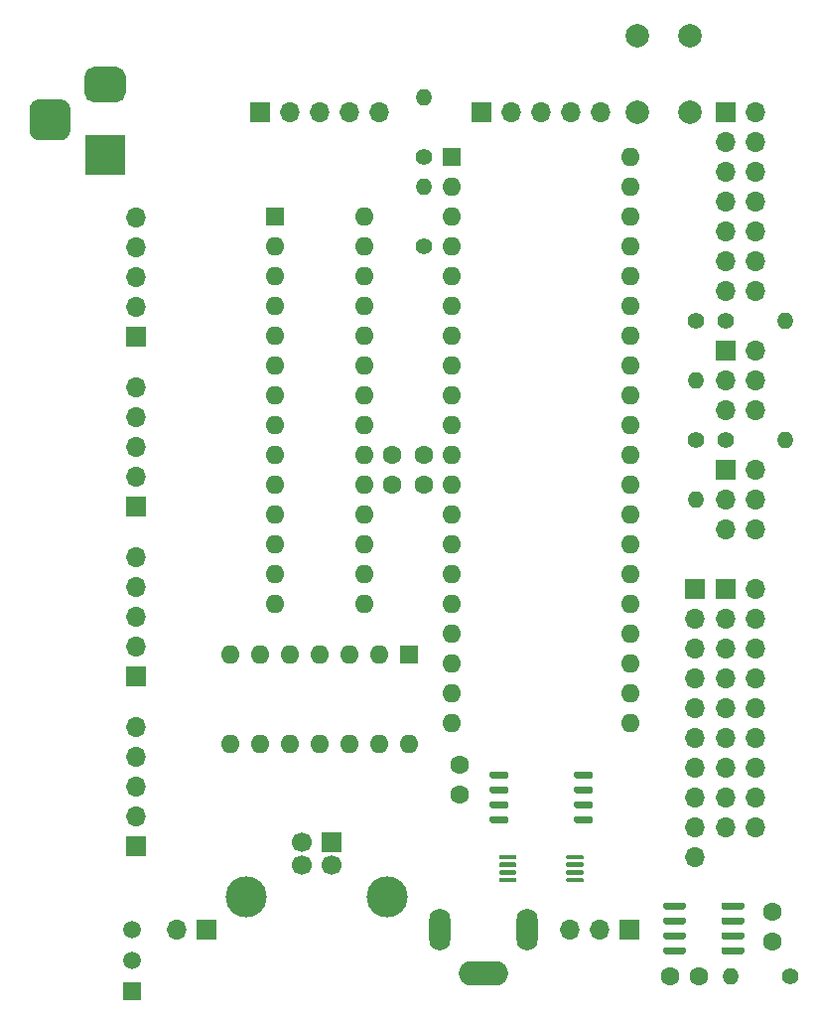
<source format=gts>
%TF.GenerationSoftware,KiCad,Pcbnew,5.1.10-88a1d61d58~88~ubuntu20.04.1*%
%TF.CreationDate,2021-07-15T21:57:41-05:00*%
%TF.ProjectId,pictas,70696374-6173-42e6-9b69-6361645f7063,rev?*%
%TF.SameCoordinates,Original*%
%TF.FileFunction,Soldermask,Top*%
%TF.FilePolarity,Negative*%
%FSLAX46Y46*%
G04 Gerber Fmt 4.6, Leading zero omitted, Abs format (unit mm)*
G04 Created by KiCad (PCBNEW 5.1.10-88a1d61d58~88~ubuntu20.04.1) date 2021-07-15 21:57:41*
%MOMM*%
%LPD*%
G01*
G04 APERTURE LIST*
%ADD10O,1.700000X1.700000*%
%ADD11R,1.700000X1.700000*%
%ADD12C,2.000000*%
%ADD13R,1.500000X1.500000*%
%ADD14C,1.500000*%
%ADD15O,1.400000X1.400000*%
%ADD16C,1.400000*%
%ADD17O,1.800000X3.600000*%
%ADD18O,4.200000X2.100000*%
%ADD19C,1.600000*%
%ADD20R,1.600000X1.600000*%
%ADD21O,1.600000X1.600000*%
%ADD22R,3.500000X3.500000*%
%ADD23C,3.500000*%
%ADD24C,1.700000*%
G04 APERTURE END LIST*
D10*
%TO.C,J6*%
X117475000Y-60960000D03*
X114935000Y-60960000D03*
X112395000Y-60960000D03*
X109855000Y-60960000D03*
D11*
X107315000Y-60960000D03*
%TD*%
D10*
%TO.C,J5*%
X98552000Y-60960000D03*
X96012000Y-60960000D03*
X93472000Y-60960000D03*
X90932000Y-60960000D03*
D11*
X88392000Y-60960000D03*
%TD*%
D12*
%TO.C,SW1*%
X125095000Y-60983000D03*
X120595000Y-60983000D03*
X125095000Y-54483000D03*
X120595000Y-54483000D03*
%TD*%
D13*
%TO.C,Q1*%
X77470000Y-135890000D03*
D14*
X77470000Y-130690000D03*
X77470000Y-133290000D03*
%TD*%
D11*
%TO.C,J15*%
X83820000Y-130683000D03*
D10*
X81280000Y-130683000D03*
%TD*%
%TO.C,U6*%
G36*
G01*
X127738000Y-128801000D02*
X127738000Y-128501000D01*
G75*
G02*
X127888000Y-128351000I150000J0D01*
G01*
X129538000Y-128351000D01*
G75*
G02*
X129688000Y-128501000I0J-150000D01*
G01*
X129688000Y-128801000D01*
G75*
G02*
X129538000Y-128951000I-150000J0D01*
G01*
X127888000Y-128951000D01*
G75*
G02*
X127738000Y-128801000I0J150000D01*
G01*
G37*
G36*
G01*
X127738000Y-130071000D02*
X127738000Y-129771000D01*
G75*
G02*
X127888000Y-129621000I150000J0D01*
G01*
X129538000Y-129621000D01*
G75*
G02*
X129688000Y-129771000I0J-150000D01*
G01*
X129688000Y-130071000D01*
G75*
G02*
X129538000Y-130221000I-150000J0D01*
G01*
X127888000Y-130221000D01*
G75*
G02*
X127738000Y-130071000I0J150000D01*
G01*
G37*
G36*
G01*
X127738000Y-131341000D02*
X127738000Y-131041000D01*
G75*
G02*
X127888000Y-130891000I150000J0D01*
G01*
X129538000Y-130891000D01*
G75*
G02*
X129688000Y-131041000I0J-150000D01*
G01*
X129688000Y-131341000D01*
G75*
G02*
X129538000Y-131491000I-150000J0D01*
G01*
X127888000Y-131491000D01*
G75*
G02*
X127738000Y-131341000I0J150000D01*
G01*
G37*
G36*
G01*
X127738000Y-132611000D02*
X127738000Y-132311000D01*
G75*
G02*
X127888000Y-132161000I150000J0D01*
G01*
X129538000Y-132161000D01*
G75*
G02*
X129688000Y-132311000I0J-150000D01*
G01*
X129688000Y-132611000D01*
G75*
G02*
X129538000Y-132761000I-150000J0D01*
G01*
X127888000Y-132761000D01*
G75*
G02*
X127738000Y-132611000I0J150000D01*
G01*
G37*
G36*
G01*
X122788000Y-132611000D02*
X122788000Y-132311000D01*
G75*
G02*
X122938000Y-132161000I150000J0D01*
G01*
X124588000Y-132161000D01*
G75*
G02*
X124738000Y-132311000I0J-150000D01*
G01*
X124738000Y-132611000D01*
G75*
G02*
X124588000Y-132761000I-150000J0D01*
G01*
X122938000Y-132761000D01*
G75*
G02*
X122788000Y-132611000I0J150000D01*
G01*
G37*
G36*
G01*
X122788000Y-131341000D02*
X122788000Y-131041000D01*
G75*
G02*
X122938000Y-130891000I150000J0D01*
G01*
X124588000Y-130891000D01*
G75*
G02*
X124738000Y-131041000I0J-150000D01*
G01*
X124738000Y-131341000D01*
G75*
G02*
X124588000Y-131491000I-150000J0D01*
G01*
X122938000Y-131491000D01*
G75*
G02*
X122788000Y-131341000I0J150000D01*
G01*
G37*
G36*
G01*
X122788000Y-130071000D02*
X122788000Y-129771000D01*
G75*
G02*
X122938000Y-129621000I150000J0D01*
G01*
X124588000Y-129621000D01*
G75*
G02*
X124738000Y-129771000I0J-150000D01*
G01*
X124738000Y-130071000D01*
G75*
G02*
X124588000Y-130221000I-150000J0D01*
G01*
X122938000Y-130221000D01*
G75*
G02*
X122788000Y-130071000I0J150000D01*
G01*
G37*
G36*
G01*
X122788000Y-128801000D02*
X122788000Y-128501000D01*
G75*
G02*
X122938000Y-128351000I150000J0D01*
G01*
X124588000Y-128351000D01*
G75*
G02*
X124738000Y-128501000I0J-150000D01*
G01*
X124738000Y-128801000D01*
G75*
G02*
X124588000Y-128951000I-150000J0D01*
G01*
X122938000Y-128951000D01*
G75*
G02*
X122788000Y-128801000I0J150000D01*
G01*
G37*
%TD*%
D15*
%TO.C,R7*%
X128524000Y-134620000D03*
D16*
X133604000Y-134620000D03*
%TD*%
D10*
%TO.C,J14*%
X114808000Y-130683000D03*
X117348000Y-130683000D03*
D11*
X119888000Y-130683000D03*
%TD*%
D17*
%TO.C,J13*%
X111192000Y-130666000D03*
D18*
X107442000Y-134366000D03*
D17*
X103692000Y-130666000D03*
%TD*%
D19*
%TO.C,C5*%
X132080000Y-129159000D03*
X132080000Y-131659000D03*
%TD*%
%TO.C,C4*%
X123357000Y-134620000D03*
X125857000Y-134620000D03*
%TD*%
D15*
%TO.C,R5*%
X102362000Y-59690000D03*
D16*
X102362000Y-64770000D03*
%TD*%
D20*
%TO.C,U1*%
X104775000Y-64770000D03*
D21*
X120015000Y-113030000D03*
X104775000Y-67310000D03*
X120015000Y-110490000D03*
X104775000Y-69850000D03*
X120015000Y-107950000D03*
X104775000Y-72390000D03*
X120015000Y-105410000D03*
X104775000Y-74930000D03*
X120015000Y-102870000D03*
X104775000Y-77470000D03*
X120015000Y-100330000D03*
X104775000Y-80010000D03*
X120015000Y-97790000D03*
X104775000Y-82550000D03*
X120015000Y-95250000D03*
X104775000Y-85090000D03*
X120015000Y-92710000D03*
X104775000Y-87630000D03*
X120015000Y-90170000D03*
X104775000Y-90170000D03*
X120015000Y-87630000D03*
X104775000Y-92710000D03*
X120015000Y-85090000D03*
X104775000Y-95250000D03*
X120015000Y-82550000D03*
X104775000Y-97790000D03*
X120015000Y-80010000D03*
X104775000Y-100330000D03*
X120015000Y-77470000D03*
X104775000Y-102870000D03*
X120015000Y-74930000D03*
X104775000Y-105410000D03*
X120015000Y-72390000D03*
X104775000Y-107950000D03*
X120015000Y-69850000D03*
X104775000Y-110490000D03*
X120015000Y-67310000D03*
X104775000Y-113030000D03*
X120015000Y-64770000D03*
%TD*%
D15*
%TO.C,R2*%
X133223000Y-78740000D03*
D16*
X128143000Y-78740000D03*
%TD*%
D10*
%TO.C,J3*%
X130683000Y-96520000D03*
X128143000Y-96520000D03*
X130683000Y-93980000D03*
X128143000Y-93980000D03*
X130683000Y-91440000D03*
D11*
X128143000Y-91440000D03*
%TD*%
D19*
%TO.C,C2*%
X102362000Y-90210000D03*
X102362000Y-92710000D03*
%TD*%
D11*
%TO.C,J1*%
X128143000Y-60960000D03*
D10*
X130683000Y-60960000D03*
X128143000Y-63500000D03*
X130683000Y-63500000D03*
X128143000Y-66040000D03*
X130683000Y-66040000D03*
X128143000Y-68580000D03*
X130683000Y-68580000D03*
X128143000Y-71120000D03*
X130683000Y-71120000D03*
X128143000Y-73660000D03*
X130683000Y-73660000D03*
X128143000Y-76200000D03*
X130683000Y-76200000D03*
%TD*%
D15*
%TO.C,R3*%
X125603000Y-93980000D03*
D16*
X125603000Y-88900000D03*
%TD*%
D10*
%TO.C,J2*%
X130683000Y-86360000D03*
X128143000Y-86360000D03*
X130683000Y-83820000D03*
X128143000Y-83820000D03*
X130683000Y-81280000D03*
D11*
X128143000Y-81280000D03*
%TD*%
D15*
%TO.C,R1*%
X125603000Y-83820000D03*
D16*
X125603000Y-78740000D03*
%TD*%
D15*
%TO.C,R4*%
X133223000Y-88900000D03*
D16*
X128143000Y-88900000D03*
%TD*%
D19*
%TO.C,C3*%
X99695000Y-90210000D03*
X99695000Y-92710000D03*
%TD*%
D10*
%TO.C,J4*%
X130683000Y-121920000D03*
X128143000Y-121920000D03*
X130683000Y-119380000D03*
X128143000Y-119380000D03*
X130683000Y-116840000D03*
X128143000Y-116840000D03*
X130683000Y-114300000D03*
X128143000Y-114300000D03*
X130683000Y-111760000D03*
X128143000Y-111760000D03*
X130683000Y-109220000D03*
X128143000Y-109220000D03*
X130683000Y-106680000D03*
X128143000Y-106680000D03*
X130683000Y-104140000D03*
X128143000Y-104140000D03*
X130683000Y-101600000D03*
D11*
X128143000Y-101600000D03*
%TD*%
D19*
%TO.C,C1*%
X105410000Y-116626000D03*
X105410000Y-119126000D03*
%TD*%
D20*
%TO.C,U3*%
X89662000Y-69850000D03*
D21*
X97282000Y-102870000D03*
X89662000Y-72390000D03*
X97282000Y-100330000D03*
X89662000Y-74930000D03*
X97282000Y-97790000D03*
X89662000Y-77470000D03*
X97282000Y-95250000D03*
X89662000Y-80010000D03*
X97282000Y-92710000D03*
X89662000Y-82550000D03*
X97282000Y-90170000D03*
X89662000Y-85090000D03*
X97282000Y-87630000D03*
X89662000Y-87630000D03*
X97282000Y-85090000D03*
X89662000Y-90170000D03*
X97282000Y-82550000D03*
X89662000Y-92710000D03*
X97282000Y-80010000D03*
X89662000Y-95250000D03*
X97282000Y-77470000D03*
X89662000Y-97790000D03*
X97282000Y-74930000D03*
X89662000Y-100330000D03*
X97282000Y-72390000D03*
X89662000Y-102870000D03*
X97282000Y-69850000D03*
%TD*%
%TO.C,U5*%
X101092000Y-114808000D03*
X85852000Y-107188000D03*
X98552000Y-114808000D03*
X88392000Y-107188000D03*
X96012000Y-114808000D03*
X90932000Y-107188000D03*
X93472000Y-114808000D03*
X93472000Y-107188000D03*
X90932000Y-114808000D03*
X96012000Y-107188000D03*
X88392000Y-114808000D03*
X98552000Y-107188000D03*
X85852000Y-114808000D03*
D20*
X101092000Y-107188000D03*
%TD*%
D10*
%TO.C,J11*%
X77851000Y-113411000D03*
X77851000Y-115951000D03*
X77851000Y-118491000D03*
X77851000Y-121031000D03*
D11*
X77851000Y-123571000D03*
%TD*%
D10*
%TO.C,J10*%
X77851000Y-98933000D03*
X77851000Y-101473000D03*
X77851000Y-104013000D03*
X77851000Y-106553000D03*
D11*
X77851000Y-109093000D03*
%TD*%
D10*
%TO.C,J9*%
X77851000Y-84455000D03*
X77851000Y-86995000D03*
X77851000Y-89535000D03*
X77851000Y-92075000D03*
D11*
X77851000Y-94615000D03*
%TD*%
D10*
%TO.C,J8*%
X77851000Y-69977000D03*
X77851000Y-72517000D03*
X77851000Y-75057000D03*
X77851000Y-77597000D03*
D11*
X77851000Y-80137000D03*
%TD*%
%TO.C,U4*%
G36*
G01*
X110270000Y-126351000D02*
X110270000Y-126551000D01*
G75*
G02*
X110170000Y-126651000I-100000J0D01*
G01*
X108895000Y-126651000D01*
G75*
G02*
X108795000Y-126551000I0J100000D01*
G01*
X108795000Y-126351000D01*
G75*
G02*
X108895000Y-126251000I100000J0D01*
G01*
X110170000Y-126251000D01*
G75*
G02*
X110270000Y-126351000I0J-100000D01*
G01*
G37*
G36*
G01*
X110270000Y-125701000D02*
X110270000Y-125901000D01*
G75*
G02*
X110170000Y-126001000I-100000J0D01*
G01*
X108895000Y-126001000D01*
G75*
G02*
X108795000Y-125901000I0J100000D01*
G01*
X108795000Y-125701000D01*
G75*
G02*
X108895000Y-125601000I100000J0D01*
G01*
X110170000Y-125601000D01*
G75*
G02*
X110270000Y-125701000I0J-100000D01*
G01*
G37*
G36*
G01*
X110270000Y-125051000D02*
X110270000Y-125251000D01*
G75*
G02*
X110170000Y-125351000I-100000J0D01*
G01*
X108895000Y-125351000D01*
G75*
G02*
X108795000Y-125251000I0J100000D01*
G01*
X108795000Y-125051000D01*
G75*
G02*
X108895000Y-124951000I100000J0D01*
G01*
X110170000Y-124951000D01*
G75*
G02*
X110270000Y-125051000I0J-100000D01*
G01*
G37*
G36*
G01*
X110270000Y-124401000D02*
X110270000Y-124601000D01*
G75*
G02*
X110170000Y-124701000I-100000J0D01*
G01*
X108895000Y-124701000D01*
G75*
G02*
X108795000Y-124601000I0J100000D01*
G01*
X108795000Y-124401000D01*
G75*
G02*
X108895000Y-124301000I100000J0D01*
G01*
X110170000Y-124301000D01*
G75*
G02*
X110270000Y-124401000I0J-100000D01*
G01*
G37*
G36*
G01*
X115995000Y-124401000D02*
X115995000Y-124601000D01*
G75*
G02*
X115895000Y-124701000I-100000J0D01*
G01*
X114620000Y-124701000D01*
G75*
G02*
X114520000Y-124601000I0J100000D01*
G01*
X114520000Y-124401000D01*
G75*
G02*
X114620000Y-124301000I100000J0D01*
G01*
X115895000Y-124301000D01*
G75*
G02*
X115995000Y-124401000I0J-100000D01*
G01*
G37*
G36*
G01*
X115995000Y-125051000D02*
X115995000Y-125251000D01*
G75*
G02*
X115895000Y-125351000I-100000J0D01*
G01*
X114620000Y-125351000D01*
G75*
G02*
X114520000Y-125251000I0J100000D01*
G01*
X114520000Y-125051000D01*
G75*
G02*
X114620000Y-124951000I100000J0D01*
G01*
X115895000Y-124951000D01*
G75*
G02*
X115995000Y-125051000I0J-100000D01*
G01*
G37*
G36*
G01*
X115995000Y-125701000D02*
X115995000Y-125901000D01*
G75*
G02*
X115895000Y-126001000I-100000J0D01*
G01*
X114620000Y-126001000D01*
G75*
G02*
X114520000Y-125901000I0J100000D01*
G01*
X114520000Y-125701000D01*
G75*
G02*
X114620000Y-125601000I100000J0D01*
G01*
X115895000Y-125601000D01*
G75*
G02*
X115995000Y-125701000I0J-100000D01*
G01*
G37*
G36*
G01*
X115995000Y-126351000D02*
X115995000Y-126551000D01*
G75*
G02*
X115895000Y-126651000I-100000J0D01*
G01*
X114620000Y-126651000D01*
G75*
G02*
X114520000Y-126551000I0J100000D01*
G01*
X114520000Y-126351000D01*
G75*
G02*
X114620000Y-126251000I100000J0D01*
G01*
X115895000Y-126251000D01*
G75*
G02*
X115995000Y-126351000I0J-100000D01*
G01*
G37*
%TD*%
%TO.C,U2*%
G36*
G01*
X115195000Y-117625000D02*
X115195000Y-117325000D01*
G75*
G02*
X115345000Y-117175000I150000J0D01*
G01*
X116645000Y-117175000D01*
G75*
G02*
X116795000Y-117325000I0J-150000D01*
G01*
X116795000Y-117625000D01*
G75*
G02*
X116645000Y-117775000I-150000J0D01*
G01*
X115345000Y-117775000D01*
G75*
G02*
X115195000Y-117625000I0J150000D01*
G01*
G37*
G36*
G01*
X115195000Y-118895000D02*
X115195000Y-118595000D01*
G75*
G02*
X115345000Y-118445000I150000J0D01*
G01*
X116645000Y-118445000D01*
G75*
G02*
X116795000Y-118595000I0J-150000D01*
G01*
X116795000Y-118895000D01*
G75*
G02*
X116645000Y-119045000I-150000J0D01*
G01*
X115345000Y-119045000D01*
G75*
G02*
X115195000Y-118895000I0J150000D01*
G01*
G37*
G36*
G01*
X115195000Y-120165000D02*
X115195000Y-119865000D01*
G75*
G02*
X115345000Y-119715000I150000J0D01*
G01*
X116645000Y-119715000D01*
G75*
G02*
X116795000Y-119865000I0J-150000D01*
G01*
X116795000Y-120165000D01*
G75*
G02*
X116645000Y-120315000I-150000J0D01*
G01*
X115345000Y-120315000D01*
G75*
G02*
X115195000Y-120165000I0J150000D01*
G01*
G37*
G36*
G01*
X115195000Y-121435000D02*
X115195000Y-121135000D01*
G75*
G02*
X115345000Y-120985000I150000J0D01*
G01*
X116645000Y-120985000D01*
G75*
G02*
X116795000Y-121135000I0J-150000D01*
G01*
X116795000Y-121435000D01*
G75*
G02*
X116645000Y-121585000I-150000J0D01*
G01*
X115345000Y-121585000D01*
G75*
G02*
X115195000Y-121435000I0J150000D01*
G01*
G37*
G36*
G01*
X107995000Y-121435000D02*
X107995000Y-121135000D01*
G75*
G02*
X108145000Y-120985000I150000J0D01*
G01*
X109445000Y-120985000D01*
G75*
G02*
X109595000Y-121135000I0J-150000D01*
G01*
X109595000Y-121435000D01*
G75*
G02*
X109445000Y-121585000I-150000J0D01*
G01*
X108145000Y-121585000D01*
G75*
G02*
X107995000Y-121435000I0J150000D01*
G01*
G37*
G36*
G01*
X107995000Y-120165000D02*
X107995000Y-119865000D01*
G75*
G02*
X108145000Y-119715000I150000J0D01*
G01*
X109445000Y-119715000D01*
G75*
G02*
X109595000Y-119865000I0J-150000D01*
G01*
X109595000Y-120165000D01*
G75*
G02*
X109445000Y-120315000I-150000J0D01*
G01*
X108145000Y-120315000D01*
G75*
G02*
X107995000Y-120165000I0J150000D01*
G01*
G37*
G36*
G01*
X107995000Y-118895000D02*
X107995000Y-118595000D01*
G75*
G02*
X108145000Y-118445000I150000J0D01*
G01*
X109445000Y-118445000D01*
G75*
G02*
X109595000Y-118595000I0J-150000D01*
G01*
X109595000Y-118895000D01*
G75*
G02*
X109445000Y-119045000I-150000J0D01*
G01*
X108145000Y-119045000D01*
G75*
G02*
X107995000Y-118895000I0J150000D01*
G01*
G37*
G36*
G01*
X107995000Y-117625000D02*
X107995000Y-117325000D01*
G75*
G02*
X108145000Y-117175000I150000J0D01*
G01*
X109445000Y-117175000D01*
G75*
G02*
X109595000Y-117325000I0J-150000D01*
G01*
X109595000Y-117625000D01*
G75*
G02*
X109445000Y-117775000I-150000J0D01*
G01*
X108145000Y-117775000D01*
G75*
G02*
X107995000Y-117625000I0J150000D01*
G01*
G37*
%TD*%
%TO.C,J16*%
G36*
G01*
X69609000Y-59893000D02*
X71359000Y-59893000D01*
G75*
G02*
X72234000Y-60768000I0J-875000D01*
G01*
X72234000Y-62518000D01*
G75*
G02*
X71359000Y-63393000I-875000J0D01*
G01*
X69609000Y-63393000D01*
G75*
G02*
X68734000Y-62518000I0J875000D01*
G01*
X68734000Y-60768000D01*
G75*
G02*
X69609000Y-59893000I875000J0D01*
G01*
G37*
G36*
G01*
X74184000Y-57143000D02*
X76184000Y-57143000D01*
G75*
G02*
X76934000Y-57893000I0J-750000D01*
G01*
X76934000Y-59393000D01*
G75*
G02*
X76184000Y-60143000I-750000J0D01*
G01*
X74184000Y-60143000D01*
G75*
G02*
X73434000Y-59393000I0J750000D01*
G01*
X73434000Y-57893000D01*
G75*
G02*
X74184000Y-57143000I750000J0D01*
G01*
G37*
D22*
X75184000Y-64643000D03*
%TD*%
D23*
%TO.C,J7*%
X87218000Y-127900000D03*
X99258000Y-127900000D03*
D24*
X94488000Y-125190000D03*
X91988000Y-125190000D03*
X91988000Y-123190000D03*
D11*
X94488000Y-123190000D03*
%TD*%
D15*
%TO.C,R6*%
X102362000Y-67310000D03*
D16*
X102362000Y-72390000D03*
%TD*%
D11*
%TO.C,J12*%
X125476000Y-101600000D03*
D10*
X125476000Y-104140000D03*
X125476000Y-106680000D03*
X125476000Y-109220000D03*
X125476000Y-111760000D03*
X125476000Y-114300000D03*
X125476000Y-116840000D03*
X125476000Y-119380000D03*
X125476000Y-121920000D03*
X125476000Y-124460000D03*
%TD*%
M02*

</source>
